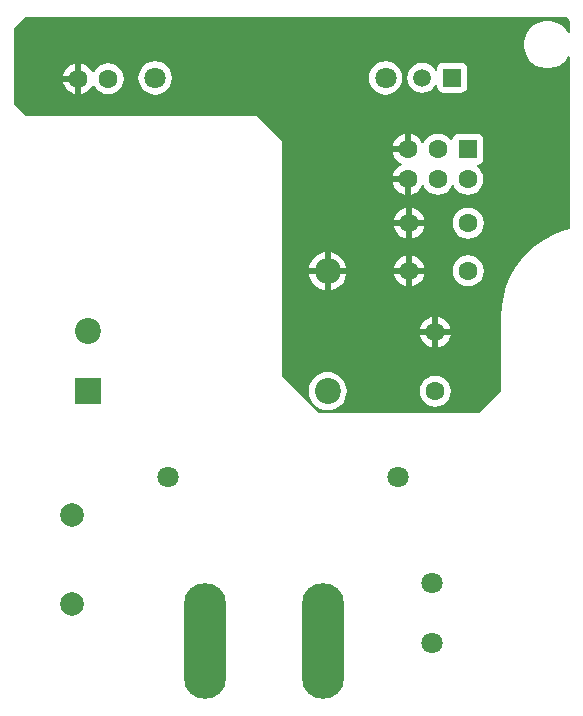
<source format=gbl>
G04 Layer_Physical_Order=2*
G04 Layer_Color=16711680*
%FSLAX25Y25*%
%MOIN*%
G70*
G01*
G75*
%ADD12C,0.06299*%
%ADD13C,0.07087*%
%ADD14R,0.06299X0.06299*%
%ADD15C,0.05905*%
%ADD16R,0.05905X0.05905*%
%ADD17C,0.07874*%
%ADD18R,0.08661X0.08661*%
%ADD19C,0.08661*%
%ADD20O,0.14173X0.38583*%
%ADD21C,0.02400*%
G36*
X205257Y230145D02*
X205730Y229829D01*
X206045Y229357D01*
X206143Y228867D01*
X206129Y228799D01*
Y225048D01*
X205629Y224896D01*
X204858Y226050D01*
X203761Y227147D01*
X202472Y228009D01*
X201039Y228602D01*
X199518Y228905D01*
X197966D01*
X196445Y228602D01*
X195012Y228009D01*
X193723Y227147D01*
X192626Y226050D01*
X191764Y224760D01*
X191171Y223327D01*
X190868Y221806D01*
Y220255D01*
X191171Y218734D01*
X191764Y217301D01*
X192626Y216011D01*
X193723Y214915D01*
X195012Y214053D01*
X196445Y213459D01*
X197966Y213157D01*
X199518D01*
X201039Y213459D01*
X202472Y214053D01*
X203761Y214915D01*
X204858Y216011D01*
X205629Y217165D01*
X206129Y217014D01*
Y159641D01*
X203541Y158895D01*
X200422Y157603D01*
X197467Y155970D01*
X194713Y154016D01*
X192196Y151767D01*
X189946Y149249D01*
X187992Y146496D01*
X186359Y143541D01*
X185067Y140422D01*
X184133Y137177D01*
X183567Y133849D01*
X183378Y130489D01*
X183376Y130478D01*
Y105697D01*
X175879Y98200D01*
X125379D01*
X122479Y98200D01*
X110079Y110600D01*
X110079Y188800D01*
X101679Y197200D01*
X24880Y197200D01*
X20879Y201201D01*
X20879Y226600D01*
X24508Y230229D01*
X204699D01*
X204767Y230242D01*
X205257Y230145D01*
D02*
G37*
%LPC*%
G36*
X151637Y144600D02*
X147574D01*
X147619Y144256D01*
X148138Y143003D01*
X148964Y141927D01*
X150040Y141102D01*
X151292Y140583D01*
X151637Y140538D01*
Y144600D01*
D02*
G37*
G36*
X172321Y150794D02*
X170977Y150617D01*
X169725Y150098D01*
X168649Y149273D01*
X167823Y148197D01*
X167304Y146944D01*
X167127Y145600D01*
X167304Y144256D01*
X167823Y143003D01*
X168649Y141927D01*
X169725Y141102D01*
X170977Y140583D01*
X172321Y140406D01*
X173666Y140583D01*
X174918Y141102D01*
X175994Y141927D01*
X176820Y143003D01*
X177339Y144256D01*
X177515Y145600D01*
X177339Y146944D01*
X176820Y148197D01*
X175994Y149273D01*
X174918Y150098D01*
X173666Y150617D01*
X172321Y150794D01*
D02*
G37*
G36*
X131742Y144500D02*
X126479D01*
Y139237D01*
X126720Y139261D01*
X127913Y139623D01*
X129013Y140211D01*
X129977Y141002D01*
X130768Y141966D01*
X131356Y143066D01*
X131718Y144259D01*
X131742Y144500D01*
D02*
G37*
G36*
X157699Y144600D02*
X153637D01*
Y140538D01*
X153981Y140583D01*
X155234Y141102D01*
X156309Y141927D01*
X157135Y143003D01*
X157653Y144256D01*
X157699Y144600D01*
D02*
G37*
G36*
X151637Y150662D02*
X151292Y150617D01*
X150040Y150098D01*
X148964Y149273D01*
X148138Y148197D01*
X147619Y146944D01*
X147574Y146600D01*
X151637D01*
Y150662D01*
D02*
G37*
G36*
X126479Y151763D02*
Y146500D01*
X131742D01*
X131718Y146741D01*
X131356Y147934D01*
X130768Y149034D01*
X129977Y149998D01*
X129013Y150789D01*
X127913Y151377D01*
X126720Y151739D01*
X126479Y151763D01*
D02*
G37*
G36*
X124479D02*
X124238Y151739D01*
X123045Y151377D01*
X121945Y150789D01*
X120981Y149998D01*
X120190Y149034D01*
X119602Y147934D01*
X119240Y146741D01*
X119216Y146500D01*
X124479D01*
Y151763D01*
D02*
G37*
G36*
X160379Y124142D02*
X156317D01*
X156362Y123798D01*
X156881Y122545D01*
X157706Y121469D01*
X158782Y120644D01*
X160035Y120125D01*
X160379Y120080D01*
Y124142D01*
D02*
G37*
G36*
X161379Y110651D02*
X160035Y110474D01*
X158782Y109955D01*
X157706Y109130D01*
X156881Y108054D01*
X156362Y106801D01*
X156185Y105457D01*
X156362Y104113D01*
X156881Y102860D01*
X157706Y101784D01*
X158782Y100959D01*
X160035Y100440D01*
X161379Y100263D01*
X162723Y100440D01*
X163976Y100959D01*
X165052Y101784D01*
X165877Y102860D01*
X166396Y104113D01*
X166573Y105457D01*
X166396Y106801D01*
X165877Y108054D01*
X165052Y109130D01*
X163976Y109955D01*
X162723Y110474D01*
X161379Y110651D01*
D02*
G37*
G36*
X125479Y111861D02*
X124238Y111739D01*
X123045Y111377D01*
X121945Y110789D01*
X120981Y109998D01*
X120190Y109034D01*
X119602Y107934D01*
X119240Y106741D01*
X119118Y105500D01*
X119240Y104259D01*
X119602Y103066D01*
X120190Y101966D01*
X120981Y101002D01*
X121945Y100211D01*
X123045Y99623D01*
X124238Y99261D01*
X125479Y99139D01*
X126720Y99261D01*
X127913Y99623D01*
X129013Y100211D01*
X129977Y101002D01*
X130768Y101966D01*
X131356Y103066D01*
X131718Y104259D01*
X131840Y105500D01*
X131718Y106741D01*
X131356Y107934D01*
X130768Y109034D01*
X129977Y109998D01*
X129013Y110789D01*
X127913Y111377D01*
X126720Y111739D01*
X125479Y111861D01*
D02*
G37*
G36*
X166441Y124142D02*
X162379D01*
Y120080D01*
X162723Y120125D01*
X163976Y120644D01*
X165052Y121469D01*
X165877Y122545D01*
X166396Y123798D01*
X166441Y124142D01*
D02*
G37*
G36*
X124479Y144500D02*
X119216D01*
X119240Y144259D01*
X119602Y143066D01*
X120190Y141966D01*
X120981Y141002D01*
X121945Y140211D01*
X123045Y139623D01*
X124238Y139261D01*
X124479Y139237D01*
Y144500D01*
D02*
G37*
G36*
X162379Y130204D02*
Y126142D01*
X166441D01*
X166396Y126486D01*
X165877Y127739D01*
X165052Y128815D01*
X163976Y129640D01*
X162723Y130159D01*
X162379Y130204D01*
D02*
G37*
G36*
X160379Y130204D02*
X160035Y130159D01*
X158782Y129640D01*
X157706Y128815D01*
X156881Y127739D01*
X156362Y126486D01*
X156317Y126142D01*
X160379D01*
Y130204D01*
D02*
G37*
G36*
X153637Y150662D02*
Y146600D01*
X157699D01*
X157653Y146944D01*
X157135Y148197D01*
X156309Y149273D01*
X155234Y150098D01*
X153981Y150617D01*
X153637Y150662D01*
D02*
G37*
G36*
X144765Y215491D02*
X143318Y215301D01*
X141969Y214742D01*
X140811Y213854D01*
X139923Y212696D01*
X139364Y211347D01*
X139174Y209900D01*
X139364Y208453D01*
X139923Y207104D01*
X140811Y205946D01*
X141969Y205058D01*
X143318Y204499D01*
X144765Y204309D01*
X146212Y204499D01*
X147561Y205058D01*
X148719Y205946D01*
X149607Y207104D01*
X150166Y208453D01*
X150356Y209900D01*
X150166Y211347D01*
X149607Y212696D01*
X148719Y213854D01*
X147561Y214742D01*
X146212Y215301D01*
X144765Y215491D01*
D02*
G37*
G36*
X67993D02*
X66546Y215301D01*
X65197Y214742D01*
X64039Y213854D01*
X63151Y212696D01*
X62592Y211347D01*
X62402Y209900D01*
X62592Y208453D01*
X63151Y207104D01*
X64039Y205946D01*
X65197Y205058D01*
X66546Y204499D01*
X67993Y204309D01*
X69440Y204499D01*
X70789Y205058D01*
X71947Y205946D01*
X72835Y207104D01*
X73394Y208453D01*
X73584Y209900D01*
X73394Y211347D01*
X72835Y212696D01*
X71947Y213854D01*
X70789Y214742D01*
X69440Y215301D01*
X67993Y215491D01*
D02*
G37*
G36*
X162179Y191294D02*
X160835Y191117D01*
X159582Y190598D01*
X158506Y189773D01*
X157681Y188697D01*
X157429Y188089D01*
X156929D01*
X156677Y188697D01*
X155852Y189773D01*
X154776Y190598D01*
X153523Y191117D01*
X153179Y191162D01*
Y186100D01*
X152179D01*
Y185100D01*
X147117D01*
X147162Y184756D01*
X147681Y183503D01*
X148506Y182427D01*
X149582Y181602D01*
X150190Y181350D01*
Y180850D01*
X149582Y180598D01*
X148506Y179773D01*
X147681Y178697D01*
X147162Y177444D01*
X147117Y177100D01*
X152179D01*
Y176100D01*
X153179D01*
Y171038D01*
X153523Y171083D01*
X154776Y171602D01*
X155852Y172427D01*
X156677Y173503D01*
X156929Y174111D01*
X157429D01*
X157681Y173503D01*
X158506Y172427D01*
X159582Y171602D01*
X160835Y171083D01*
X162179Y170906D01*
X163523Y171083D01*
X164776Y171602D01*
X165852Y172427D01*
X166677Y173503D01*
X166929Y174111D01*
X167429D01*
X167681Y173503D01*
X168506Y172427D01*
X169582Y171602D01*
X170835Y171083D01*
X172179Y170906D01*
X173523Y171083D01*
X174776Y171602D01*
X175852Y172427D01*
X176677Y173503D01*
X177196Y174756D01*
X177373Y176100D01*
X177196Y177444D01*
X176677Y178697D01*
X175852Y179773D01*
X175020Y180411D01*
X175189Y180911D01*
X175329D01*
X176109Y181066D01*
X176770Y181509D01*
X177213Y182170D01*
X177368Y182950D01*
Y189250D01*
X177213Y190030D01*
X176770Y190691D01*
X176109Y191134D01*
X175329Y191289D01*
X169029D01*
X168249Y191134D01*
X167587Y190691D01*
X167145Y190030D01*
X166990Y189250D01*
Y189110D01*
X166490Y188941D01*
X165852Y189773D01*
X164776Y190598D01*
X163523Y191117D01*
X162179Y191294D01*
D02*
G37*
G36*
X41379Y208700D02*
X37317D01*
X37362Y208356D01*
X37881Y207103D01*
X38706Y206027D01*
X39782Y205202D01*
X41035Y204683D01*
X41379Y204638D01*
Y208700D01*
D02*
G37*
G36*
X52379Y214894D02*
X51035Y214717D01*
X49782Y214198D01*
X48706Y213373D01*
X47881Y212297D01*
X47629Y211689D01*
X47129D01*
X46877Y212297D01*
X46052Y213373D01*
X44976Y214198D01*
X43723Y214717D01*
X43379Y214762D01*
Y209700D01*
Y204638D01*
X43723Y204683D01*
X44976Y205202D01*
X46052Y206027D01*
X46877Y207103D01*
X47129Y207711D01*
X47629D01*
X47881Y207103D01*
X48706Y206027D01*
X49782Y205202D01*
X51035Y204683D01*
X52379Y204506D01*
X53723Y204683D01*
X54976Y205202D01*
X56052Y206027D01*
X56877Y207103D01*
X57396Y208356D01*
X57573Y209700D01*
X57396Y211044D01*
X56877Y212297D01*
X56052Y213373D01*
X54976Y214198D01*
X53723Y214717D01*
X52379Y214894D01*
D02*
G37*
G36*
X41379Y214762D02*
X41035Y214717D01*
X39782Y214198D01*
X38706Y213373D01*
X37881Y212297D01*
X37362Y211044D01*
X37317Y210700D01*
X41379D01*
Y214762D01*
D02*
G37*
G36*
X156979Y214996D02*
X155686Y214825D01*
X154481Y214326D01*
X153447Y213532D01*
X152653Y212498D01*
X152154Y211293D01*
X151983Y210000D01*
X152154Y208707D01*
X152653Y207502D01*
X153447Y206468D01*
X154481Y205674D01*
X155686Y205175D01*
X156979Y205005D01*
X158272Y205175D01*
X159477Y205674D01*
X160511Y206468D01*
X161305Y207502D01*
X161487Y207941D01*
X161987Y207842D01*
Y207047D01*
X162142Y206267D01*
X162584Y205605D01*
X163246Y205163D01*
X164026Y205008D01*
X169932D01*
X170712Y205163D01*
X171374Y205605D01*
X171816Y206267D01*
X171971Y207047D01*
Y212953D01*
X171816Y213733D01*
X171374Y214395D01*
X170712Y214837D01*
X169932Y214992D01*
X164026D01*
X163246Y214837D01*
X162584Y214395D01*
X162142Y213733D01*
X161987Y212953D01*
Y212158D01*
X161487Y212059D01*
X161305Y212498D01*
X160511Y213532D01*
X159477Y214326D01*
X158272Y214825D01*
X156979Y214996D01*
D02*
G37*
G36*
X157699Y160500D02*
X153637D01*
Y156438D01*
X153981Y156483D01*
X155234Y157002D01*
X156309Y157827D01*
X157135Y158903D01*
X157653Y160156D01*
X157699Y160500D01*
D02*
G37*
G36*
X151637D02*
X147574D01*
X147619Y160156D01*
X148138Y158903D01*
X148964Y157827D01*
X150040Y157002D01*
X151292Y156483D01*
X151637Y156438D01*
Y160500D01*
D02*
G37*
G36*
X172321Y166694D02*
X170977Y166517D01*
X169725Y165998D01*
X168649Y165173D01*
X167823Y164097D01*
X167304Y162844D01*
X167127Y161500D01*
X167304Y160156D01*
X167823Y158903D01*
X168649Y157827D01*
X169725Y157002D01*
X170977Y156483D01*
X172321Y156306D01*
X173666Y156483D01*
X174918Y157002D01*
X175994Y157827D01*
X176820Y158903D01*
X177339Y160156D01*
X177515Y161500D01*
X177339Y162844D01*
X176820Y164097D01*
X175994Y165173D01*
X174918Y165998D01*
X173666Y166517D01*
X172321Y166694D01*
D02*
G37*
G36*
X151637Y166562D02*
X151292Y166517D01*
X150040Y165998D01*
X148964Y165173D01*
X148138Y164097D01*
X147619Y162844D01*
X147574Y162500D01*
X151637D01*
Y166562D01*
D02*
G37*
G36*
X151179Y191162D02*
X150835Y191117D01*
X149582Y190598D01*
X148506Y189773D01*
X147681Y188697D01*
X147162Y187444D01*
X147117Y187100D01*
X151179D01*
Y191162D01*
D02*
G37*
G36*
Y175100D02*
X147117D01*
X147162Y174756D01*
X147681Y173503D01*
X148506Y172427D01*
X149582Y171602D01*
X150835Y171083D01*
X151179Y171038D01*
Y175100D01*
D02*
G37*
G36*
X153637Y166562D02*
Y162500D01*
X157699D01*
X157653Y162844D01*
X157135Y164097D01*
X156309Y165173D01*
X155234Y165998D01*
X153981Y166517D01*
X153637Y166562D01*
D02*
G37*
%LPD*%
D12*
X161379Y105457D02*
D03*
Y125142D02*
D03*
X152179Y176100D02*
D03*
Y186100D02*
D03*
X162179Y176100D02*
D03*
Y186100D02*
D03*
X172179Y176100D02*
D03*
X152637Y145600D02*
D03*
X172321D02*
D03*
X152637Y161500D02*
D03*
X172321D02*
D03*
X52379Y209700D02*
D03*
X42379D02*
D03*
D13*
X72197Y77034D02*
D03*
X148969D02*
D03*
X67993Y209900D02*
D03*
X144765D02*
D03*
X160079Y41600D02*
D03*
Y21600D02*
D03*
D14*
X172179Y186100D02*
D03*
D15*
X156979Y210000D02*
D03*
D16*
X166979D02*
D03*
D17*
X40279Y34540D02*
D03*
Y64060D02*
D03*
D18*
X45479Y105500D02*
D03*
D19*
Y125500D02*
D03*
X125479Y105500D02*
D03*
Y145500D02*
D03*
D20*
X123914Y22199D02*
D03*
X84516D02*
D03*
D21*
X29479Y221800D02*
D03*
X28079Y211800D02*
D03*
X29479Y204200D02*
D03*
X40879Y225200D02*
D03*
X55579Y226000D02*
D03*
X80879Y224000D02*
D03*
X111179Y223500D02*
D03*
X94779Y212100D02*
D03*
X86279Y203900D02*
D03*
X110679Y206400D02*
D03*
X123079Y195900D02*
D03*
X120579Y178400D02*
D03*
X130779Y166700D02*
D03*
X139279Y154300D02*
D03*
X140079Y137000D02*
D03*
X141279Y119900D02*
D03*
X124279Y120800D02*
D03*
X128779Y129300D02*
D03*
X201679Y163300D02*
D03*
X197679Y188300D02*
D03*
X200279Y202500D02*
D03*
X187779Y224900D02*
D03*
X192879Y210700D02*
D03*
X186879Y190300D02*
D03*
X186379Y171800D02*
D03*
X183279Y154000D02*
D03*
X180679Y205300D02*
D03*
X175879Y220300D02*
D03*
X152879Y223500D02*
D03*
X139279Y220600D02*
D03*
X150879Y197600D02*
D03*
X160979Y198800D02*
D03*
X133679Y180000D02*
D03*
X141379Y198300D02*
D03*
M02*

</source>
